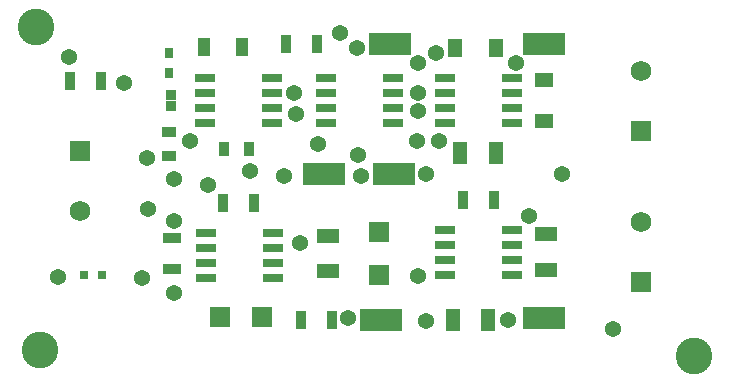
<source format=gts>
G04*
G04 #@! TF.GenerationSoftware,Altium Limited,Altium Designer,25.4.2 (15)*
G04*
G04 Layer_Color=8388736*
%FSLAX44Y44*%
%MOMM*%
G71*
G04*
G04 #@! TF.SameCoordinates,11C6A8BD-48F9-44D4-97C0-98E840ED0286*
G04*
G04*
G04 #@! TF.FilePolarity,Negative*
G04*
G01*
G75*
%ADD15R,1.2500X1.5000*%
%ADD16R,1.5621X0.8581*%
%ADD18R,0.8000X0.8000*%
%ADD19R,0.8581X1.5621*%
%ADD21R,1.5000X1.2500*%
%ADD22R,0.8000X0.9000*%
%ADD23R,1.0000X1.5000*%
%ADD24R,1.2000X0.9000*%
%ADD25R,0.9000X1.2000*%
%ADD26R,1.7000X1.6800*%
%ADD27R,1.6800X1.7000*%
G04:AMPARAMS|DCode=31|XSize=0.7516mm|YSize=1.7516mm|CornerRadius=0.0996mm|HoleSize=0mm|Usage=FLASHONLY|Rotation=90.000|XOffset=0mm|YOffset=0mm|HoleType=Round|Shape=RoundedRectangle|*
%AMROUNDEDRECTD31*
21,1,0.7516,1.5525,0,0,90.0*
21,1,0.5525,1.7516,0,0,90.0*
1,1,0.1991,0.7763,0.2763*
1,1,0.1991,0.7763,-0.2763*
1,1,0.1991,-0.7763,-0.2763*
1,1,0.1991,-0.7763,0.2763*
%
%ADD31ROUNDEDRECTD31*%
%ADD32R,3.5516X1.9516*%
%ADD33R,1.2516X1.9016*%
%ADD34R,1.9016X1.2516*%
%ADD35R,0.8216X0.8216*%
%ADD36C,1.7516*%
%ADD37R,1.7516X1.7516*%
%ADD38C,3.1016*%
%ADD39C,1.3716*%
D15*
X733850Y844550D02*
D03*
X768350Y844550D02*
D03*
D16*
X494030Y657290D02*
D03*
Y683830D02*
D03*
D18*
X434340Y652780D02*
D03*
X419340D02*
D03*
D19*
X433640Y816610D02*
D03*
X407100D02*
D03*
X602680Y614680D02*
D03*
X629220D02*
D03*
X766380Y716280D02*
D03*
X739840D02*
D03*
X563180Y713740D02*
D03*
X536640D02*
D03*
X616520Y848360D02*
D03*
X589980D02*
D03*
D21*
X808990Y782850D02*
D03*
X808990Y817350D02*
D03*
D22*
X491490Y823350D02*
D03*
Y840350D02*
D03*
D23*
X553210Y845820D02*
D03*
X521210D02*
D03*
D24*
X491490Y773770D02*
D03*
Y752770D02*
D03*
D25*
X538140Y759460D02*
D03*
X559140D02*
D03*
D26*
X570350Y617220D02*
D03*
X534550D02*
D03*
D27*
X669290Y652660D02*
D03*
Y688460D02*
D03*
D31*
X781360Y781050D02*
D03*
Y793750D02*
D03*
Y806450D02*
D03*
Y819150D02*
D03*
X724860Y781050D02*
D03*
Y793750D02*
D03*
Y806450D02*
D03*
Y819150D02*
D03*
X578160Y781050D02*
D03*
Y793750D02*
D03*
Y806450D02*
D03*
Y819150D02*
D03*
X521660Y781050D02*
D03*
Y793750D02*
D03*
Y806450D02*
D03*
Y819150D02*
D03*
X781360Y652780D02*
D03*
Y665480D02*
D03*
Y678180D02*
D03*
Y690880D02*
D03*
X724860Y652780D02*
D03*
Y665480D02*
D03*
Y678180D02*
D03*
Y690880D02*
D03*
X522930Y688340D02*
D03*
Y675640D02*
D03*
Y662940D02*
D03*
Y650240D02*
D03*
X579430Y688340D02*
D03*
Y675640D02*
D03*
Y662940D02*
D03*
Y650240D02*
D03*
X624530Y819150D02*
D03*
Y806450D02*
D03*
Y793750D02*
D03*
Y781050D02*
D03*
X681030Y819150D02*
D03*
Y806450D02*
D03*
Y793750D02*
D03*
Y781050D02*
D03*
D32*
X622300Y737870D02*
D03*
X808990Y615950D02*
D03*
Y848360D02*
D03*
X681990Y737870D02*
D03*
X670560Y614680D02*
D03*
X678180Y848360D02*
D03*
D33*
X761760Y614680D02*
D03*
X731760D02*
D03*
X738110Y755650D02*
D03*
X768110D02*
D03*
D34*
X810260Y656830D02*
D03*
Y686830D02*
D03*
X626110Y685560D02*
D03*
Y655560D02*
D03*
D35*
X492760Y805100D02*
D03*
Y795100D02*
D03*
D36*
X890884Y825435D02*
D03*
Y697165D02*
D03*
X415946Y706185D02*
D03*
D37*
X890884Y774635D02*
D03*
Y646365D02*
D03*
X415946Y756985D02*
D03*
D38*
X382270Y589280D02*
D03*
X935990Y584200D02*
D03*
X378460Y862330D02*
D03*
D39*
X717550Y840740D02*
D03*
X702117Y791017D02*
D03*
X468630Y650240D02*
D03*
X397403Y651008D02*
D03*
X867410Y607060D02*
D03*
X406400Y836930D02*
D03*
X453390Y815340D02*
D03*
X708660Y613410D02*
D03*
X495300Y637540D02*
D03*
X596900Y806450D02*
D03*
X784860Y831850D02*
D03*
X702310D02*
D03*
X473710Y708660D02*
D03*
X495300Y734060D02*
D03*
X472440Y751840D02*
D03*
X524510Y728980D02*
D03*
X560070Y740410D02*
D03*
X495300Y698500D02*
D03*
X509270Y765810D02*
D03*
X651510Y754380D02*
D03*
X588741Y736219D02*
D03*
X650240Y844550D02*
D03*
X636270Y857250D02*
D03*
X702063Y806697D02*
D03*
X598618Y788670D02*
D03*
X617220Y763270D02*
D03*
X701040Y765810D02*
D03*
X601980Y679069D02*
D03*
X778510Y614680D02*
D03*
X642620Y615950D02*
D03*
X824230Y737870D02*
D03*
X708660D02*
D03*
X702310Y651510D02*
D03*
X654050Y736600D02*
D03*
X720090Y765810D02*
D03*
X796290Y702310D02*
D03*
M02*

</source>
